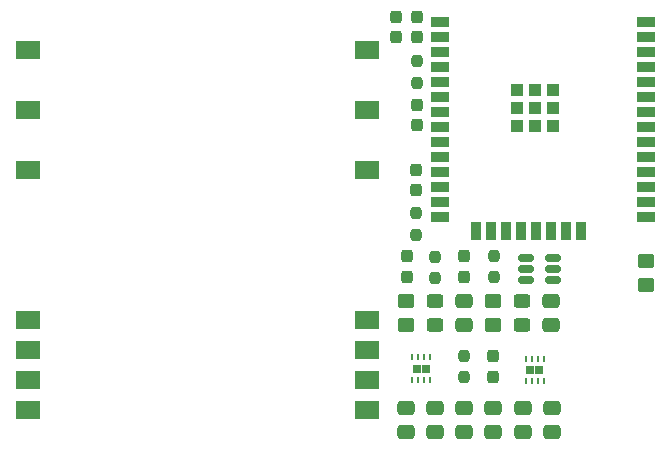
<source format=gbr>
%TF.GenerationSoftware,KiCad,Pcbnew,8.0.6*%
%TF.CreationDate,2025-02-11T20:42:11+01:00*%
%TF.ProjectId,KWLcontrol,4b574c63-6f6e-4747-926f-6c2e6b696361,rev?*%
%TF.SameCoordinates,Original*%
%TF.FileFunction,Paste,Top*%
%TF.FilePolarity,Positive*%
%FSLAX46Y46*%
G04 Gerber Fmt 4.6, Leading zero omitted, Abs format (unit mm)*
G04 Created by KiCad (PCBNEW 8.0.6) date 2025-02-11 20:42:11*
%MOMM*%
%LPD*%
G01*
G04 APERTURE LIST*
G04 Aperture macros list*
%AMRoundRect*
0 Rectangle with rounded corners*
0 $1 Rounding radius*
0 $2 $3 $4 $5 $6 $7 $8 $9 X,Y pos of 4 corners*
0 Add a 4 corners polygon primitive as box body*
4,1,4,$2,$3,$4,$5,$6,$7,$8,$9,$2,$3,0*
0 Add four circle primitives for the rounded corners*
1,1,$1+$1,$2,$3*
1,1,$1+$1,$4,$5*
1,1,$1+$1,$6,$7*
1,1,$1+$1,$8,$9*
0 Add four rect primitives between the rounded corners*
20,1,$1+$1,$2,$3,$4,$5,0*
20,1,$1+$1,$4,$5,$6,$7,0*
20,1,$1+$1,$6,$7,$8,$9,0*
20,1,$1+$1,$8,$9,$2,$3,0*%
G04 Aperture macros list end*
%ADD10R,2.030000X1.500000*%
%ADD11RoundRect,0.250000X-0.450000X0.350000X-0.450000X-0.350000X0.450000X-0.350000X0.450000X0.350000X0*%
%ADD12RoundRect,0.237500X-0.237500X0.287500X-0.237500X-0.287500X0.237500X-0.287500X0.237500X0.287500X0*%
%ADD13RoundRect,0.250000X-0.475000X0.337500X-0.475000X-0.337500X0.475000X-0.337500X0.475000X0.337500X0*%
%ADD14RoundRect,0.237500X0.237500X-0.300000X0.237500X0.300000X-0.237500X0.300000X-0.237500X-0.300000X0*%
%ADD15RoundRect,0.237500X0.237500X-0.287500X0.237500X0.287500X-0.237500X0.287500X-0.237500X-0.287500X0*%
%ADD16RoundRect,0.250000X0.475000X-0.337500X0.475000X0.337500X-0.475000X0.337500X-0.475000X-0.337500X0*%
%ADD17R,0.650000X0.750000*%
%ADD18RoundRect,0.062500X0.062500X-0.187500X0.062500X0.187500X-0.062500X0.187500X-0.062500X-0.187500X0*%
%ADD19RoundRect,0.237500X0.237500X-0.250000X0.237500X0.250000X-0.237500X0.250000X-0.237500X-0.250000X0*%
%ADD20RoundRect,0.250000X0.450000X-0.325000X0.450000X0.325000X-0.450000X0.325000X-0.450000X-0.325000X0*%
%ADD21RoundRect,0.150000X0.512500X0.150000X-0.512500X0.150000X-0.512500X-0.150000X0.512500X-0.150000X0*%
%ADD22R,1.500000X0.900000*%
%ADD23R,0.900000X1.500000*%
%ADD24R,1.050000X1.050000*%
G04 APERTURE END LIST*
D10*
%TO.C,PS1*%
X113650000Y-112260000D03*
X113650000Y-117340000D03*
X113650000Y-122420000D03*
X113650000Y-135120000D03*
X113650000Y-137660000D03*
X113650000Y-140200000D03*
X113650000Y-142740000D03*
X142350000Y-142740000D03*
X142350000Y-140200000D03*
X142350000Y-137660000D03*
X142350000Y-135120000D03*
X142350000Y-122420000D03*
X142350000Y-117340000D03*
X142350000Y-112260000D03*
%TD*%
D11*
%TO.C,R1*%
X153036000Y-133550000D03*
X153036000Y-135550000D03*
%TD*%
D12*
%TO.C,D4*%
X146500000Y-122400000D03*
X146500000Y-124150000D03*
%TD*%
D13*
%TO.C,C2*%
X150564000Y-133512500D03*
X150564000Y-135587500D03*
%TD*%
D14*
%TO.C,C3*%
X144800000Y-111162500D03*
X144800000Y-109437500D03*
%TD*%
D15*
%TO.C,D1*%
X153036000Y-139927500D03*
X153036000Y-138177500D03*
%TD*%
D11*
%TO.C,R2*%
X145650000Y-133550000D03*
X145650000Y-135550000D03*
%TD*%
D16*
%TO.C,C5*%
X145680000Y-144637500D03*
X145680000Y-142562500D03*
%TD*%
D17*
%TO.C,U2*%
X146550000Y-139250000D03*
X147350000Y-139250000D03*
D18*
X146200000Y-140200000D03*
X146700000Y-140200000D03*
X147200000Y-140200000D03*
X147700000Y-140200000D03*
X147700000Y-138300000D03*
X147200000Y-138300000D03*
X146700000Y-138300000D03*
X146200000Y-138300000D03*
%TD*%
D19*
%TO.C,R6*%
X153100000Y-131500000D03*
X153100000Y-129675000D03*
%TD*%
D16*
%TO.C,C8*%
X157980000Y-144637500D03*
X157980000Y-142562500D03*
%TD*%
D19*
%TO.C,R4*%
X146600000Y-115025000D03*
X146600000Y-113200000D03*
%TD*%
D16*
%TO.C,C6*%
X148140000Y-144637500D03*
X148140000Y-142562500D03*
%TD*%
D17*
%TO.C,U3*%
X156150000Y-139350000D03*
X156950000Y-139350000D03*
D18*
X155800000Y-140300000D03*
X156300000Y-140300000D03*
X156800000Y-140300000D03*
X157300000Y-140300000D03*
X157300000Y-138400000D03*
X156800000Y-138400000D03*
X156300000Y-138400000D03*
X155800000Y-138400000D03*
%TD*%
D16*
%TO.C,C10*%
X153060000Y-144637500D03*
X153060000Y-142562500D03*
%TD*%
D20*
%TO.C,L2*%
X148092000Y-135575000D03*
X148092000Y-133525000D03*
%TD*%
D14*
%TO.C,C9*%
X146600000Y-118625000D03*
X146600000Y-116900000D03*
%TD*%
D19*
%TO.C,R5*%
X150564000Y-139987500D03*
X150564000Y-138162500D03*
%TD*%
D20*
%TO.C,L1*%
X155478000Y-135575000D03*
X155478000Y-133525000D03*
%TD*%
D16*
%TO.C,C11*%
X155520000Y-144637500D03*
X155520000Y-142562500D03*
%TD*%
D21*
%TO.C,U4*%
X158100000Y-131750000D03*
X158100000Y-130800000D03*
X158100000Y-129850000D03*
X155825000Y-129850000D03*
X155825000Y-130800000D03*
X155825000Y-131750000D03*
%TD*%
D14*
%TO.C,C4*%
X146600000Y-111162500D03*
X146600000Y-109437500D03*
%TD*%
D19*
%TO.C,R7*%
X148100000Y-131600000D03*
X148100000Y-129775000D03*
%TD*%
D15*
%TO.C,D2*%
X150600000Y-131500000D03*
X150600000Y-129750000D03*
%TD*%
D16*
%TO.C,C7*%
X150600000Y-144637500D03*
X150600000Y-142562500D03*
%TD*%
D19*
%TO.C,R8*%
X146500000Y-127900000D03*
X146500000Y-126075000D03*
%TD*%
D15*
%TO.C,D3*%
X145700000Y-131500000D03*
X145700000Y-129750000D03*
%TD*%
D11*
%TO.C,R3*%
X166000000Y-130130000D03*
X166000000Y-132130000D03*
%TD*%
D13*
%TO.C,C1*%
X157950000Y-133512500D03*
X157950000Y-135587500D03*
%TD*%
D22*
%TO.C,U1*%
X148505000Y-109860000D03*
X148505000Y-111130000D03*
X148505000Y-112400000D03*
X148505000Y-113670000D03*
X148505000Y-114940000D03*
X148505000Y-116210000D03*
X148505000Y-117480000D03*
X148505000Y-118750000D03*
X148505000Y-120020000D03*
X148505000Y-121290000D03*
X148505000Y-122560000D03*
X148505000Y-123830000D03*
X148505000Y-125100000D03*
X148505000Y-126370000D03*
D23*
X151545000Y-127620000D03*
X152815000Y-127620000D03*
X154085000Y-127620000D03*
X155355000Y-127620000D03*
X156625000Y-127620000D03*
X157895000Y-127620000D03*
X159165000Y-127620000D03*
X160435000Y-127620000D03*
D22*
X166005000Y-126370000D03*
X166005000Y-125100000D03*
X166005000Y-123830000D03*
X166005000Y-122560000D03*
X166005000Y-121290000D03*
X166005000Y-120020000D03*
X166005000Y-118750000D03*
X166005000Y-117480000D03*
X166005000Y-116210000D03*
X166005000Y-114940000D03*
X166005000Y-113670000D03*
X166005000Y-112400000D03*
X166005000Y-111130000D03*
X166005000Y-109860000D03*
D24*
X155050000Y-115675000D03*
X155050000Y-117200000D03*
X155050000Y-118725000D03*
X156575000Y-115675000D03*
X156575000Y-117200000D03*
X156575000Y-118725000D03*
X158100000Y-115675000D03*
X158100000Y-117200000D03*
X158100000Y-118725000D03*
%TD*%
M02*

</source>
